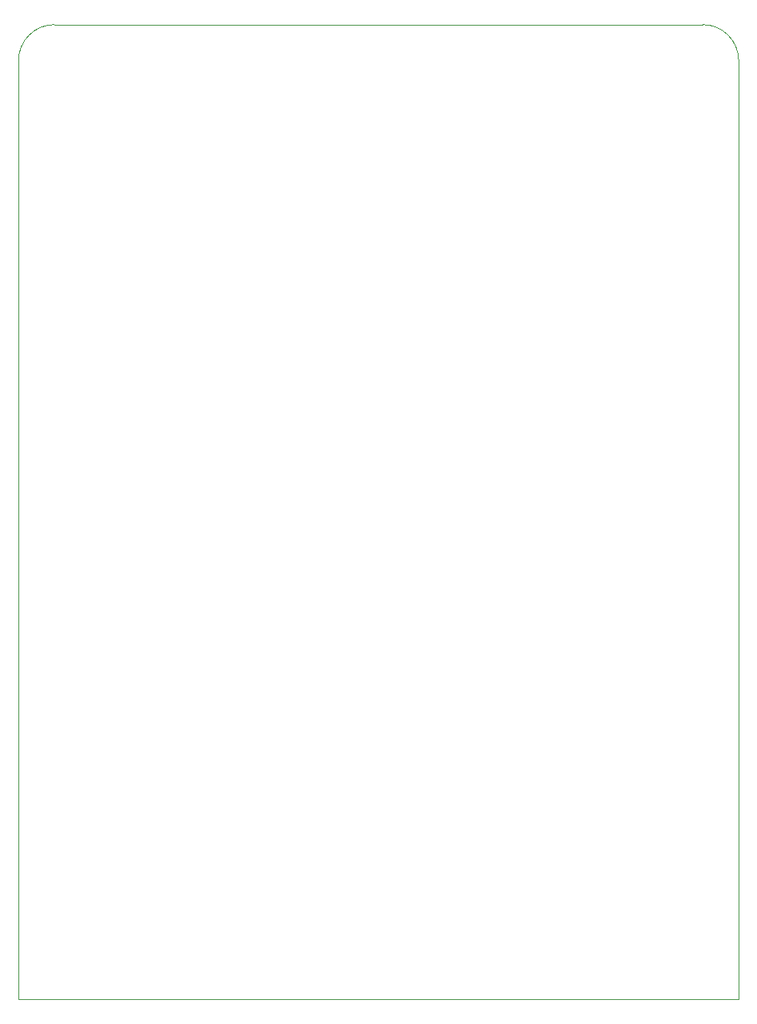
<source format=gm1>
%TF.GenerationSoftware,KiCad,Pcbnew,(6.0.0)*%
%TF.CreationDate,2022-03-13T19:29:42-04:00*%
%TF.ProjectId,numpad_pcb,6e756d70-6164-45f7-9063-622e6b696361,rev?*%
%TF.SameCoordinates,Original*%
%TF.FileFunction,Profile,NP*%
%FSLAX46Y46*%
G04 Gerber Fmt 4.6, Leading zero omitted, Abs format (unit mm)*
G04 Created by KiCad (PCBNEW (6.0.0)) date 2022-03-13 19:29:42*
%MOMM*%
%LPD*%
G01*
G04 APERTURE LIST*
%TA.AperFunction,Profile*%
%ADD10C,0.100000*%
%TD*%
G04 APERTURE END LIST*
D10*
X109220000Y-40640000D02*
X109220000Y-139810000D01*
X185420000Y-40640000D02*
G75*
G03*
X181610000Y-36830000I-3809999J1D01*
G01*
X113030000Y-36830000D02*
G75*
G03*
X109220000Y-40640000I-1J-3809999D01*
G01*
X185420000Y-40640000D02*
X185420000Y-139810000D01*
X109220000Y-139810000D02*
X185420000Y-139810000D01*
X113030000Y-36830000D02*
X181610000Y-36830000D01*
M02*

</source>
